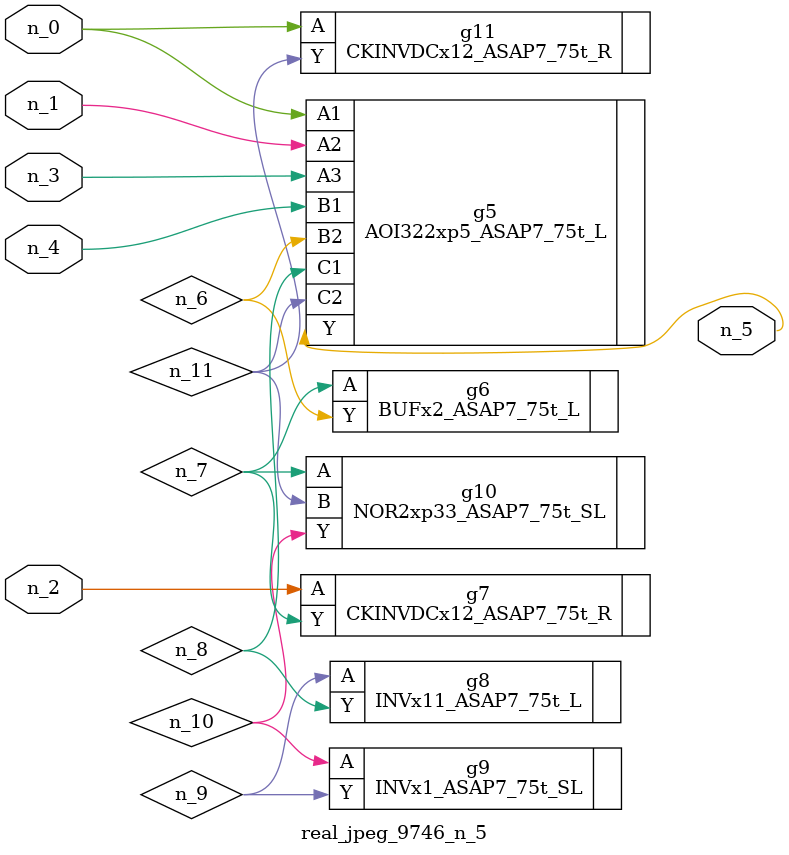
<source format=v>
module real_jpeg_9746_n_5 (n_4, n_0, n_1, n_2, n_3, n_5);

input n_4;
input n_0;
input n_1;
input n_2;
input n_3;

output n_5;

wire n_8;
wire n_11;
wire n_6;
wire n_7;
wire n_10;
wire n_9;

AOI322xp5_ASAP7_75t_L g5 ( 
.A1(n_0),
.A2(n_1),
.A3(n_3),
.B1(n_4),
.B2(n_6),
.C1(n_8),
.C2(n_11),
.Y(n_5)
);

CKINVDCx12_ASAP7_75t_R g11 ( 
.A(n_0),
.Y(n_11)
);

CKINVDCx12_ASAP7_75t_R g7 ( 
.A(n_2),
.Y(n_7)
);

BUFx2_ASAP7_75t_L g6 ( 
.A(n_7),
.Y(n_6)
);

NOR2xp33_ASAP7_75t_SL g10 ( 
.A(n_7),
.B(n_11),
.Y(n_10)
);

INVx11_ASAP7_75t_L g8 ( 
.A(n_9),
.Y(n_8)
);

INVx1_ASAP7_75t_SL g9 ( 
.A(n_10),
.Y(n_9)
);


endmodule
</source>
